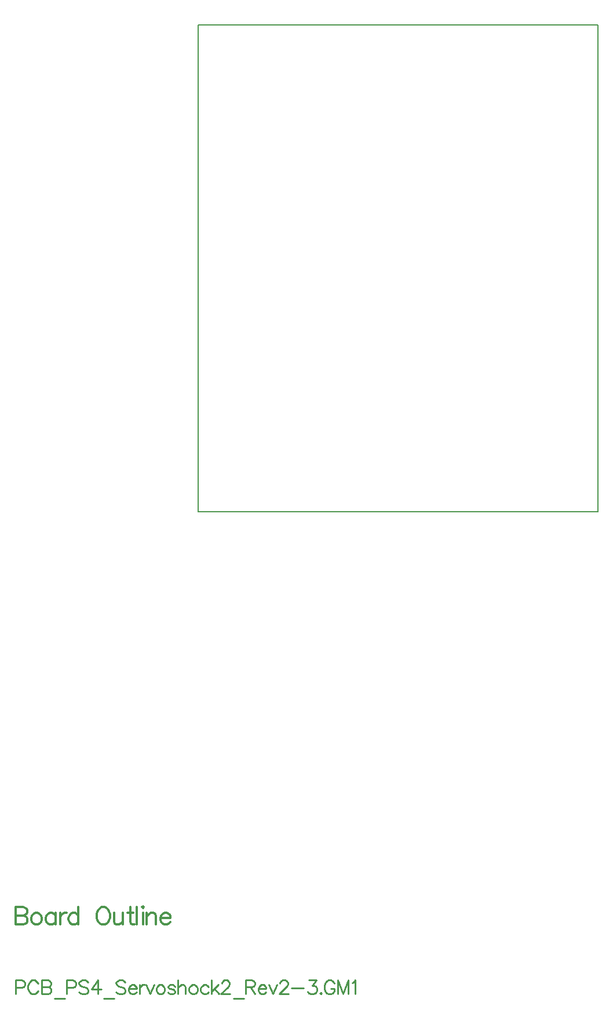
<source format=gm1>
%FSAX24Y24*%
%MOIN*%
G70*
G01*
G75*
G04 Layer_Color=16711935*
G04:AMPARAMS|DCode=10|XSize=9.4mil|YSize=27.6mil|CornerRadius=2.4mil|HoleSize=0mil|Usage=FLASHONLY|Rotation=90.000|XOffset=0mil|YOffset=0mil|HoleType=Round|Shape=RoundedRectangle|*
%AMROUNDEDRECTD10*
21,1,0.0094,0.0228,0,0,90.0*
21,1,0.0047,0.0276,0,0,90.0*
1,1,0.0047,0.0114,0.0024*
1,1,0.0047,0.0114,-0.0024*
1,1,0.0047,-0.0114,-0.0024*
1,1,0.0047,-0.0114,0.0024*
%
%ADD10ROUNDEDRECTD10*%
%ADD11R,0.0661X0.0661*%
G04:AMPARAMS|DCode=12|XSize=9.4mil|YSize=27.6mil|CornerRadius=2.4mil|HoleSize=0mil|Usage=FLASHONLY|Rotation=180.000|XOffset=0mil|YOffset=0mil|HoleType=Round|Shape=RoundedRectangle|*
%AMROUNDEDRECTD12*
21,1,0.0094,0.0228,0,0,180.0*
21,1,0.0047,0.0276,0,0,180.0*
1,1,0.0047,-0.0024,0.0114*
1,1,0.0047,0.0024,0.0114*
1,1,0.0047,0.0024,-0.0114*
1,1,0.0047,-0.0024,-0.0114*
%
%ADD12ROUNDEDRECTD12*%
%ADD13R,0.0591X0.0512*%
%ADD14R,0.1100X0.0680*%
%ADD15R,0.0394X0.0433*%
%ADD16R,0.0433X0.0394*%
%ADD17R,0.0390X0.0430*%
%ADD18R,0.0591X0.1575*%
%ADD19R,0.0709X0.0630*%
%ADD20O,0.0118X0.0709*%
%ADD21O,0.0709X0.0118*%
%ADD22R,0.0472X0.0866*%
%ADD23R,0.1378X0.0866*%
%ADD24R,0.0472X0.1378*%
%ADD25R,0.0177X0.0354*%
%ADD26R,0.0430X0.0390*%
%ADD27C,0.0400*%
%ADD28R,0.0512X0.0591*%
%ADD29O,0.0768X0.0157*%
%ADD30R,0.0157X0.0532*%
%ADD31R,0.0748X0.0748*%
%ADD32R,0.0630X0.0551*%
%ADD33R,0.0709X0.0748*%
%ADD34C,0.0090*%
%ADD35C,0.0110*%
%ADD36C,0.0150*%
%ADD37C,0.0250*%
%ADD38C,0.0600*%
%ADD39C,0.0500*%
%ADD40C,0.0750*%
%ADD41C,0.1000*%
%ADD42C,0.0700*%
%ADD43C,0.0100*%
%ADD44C,0.0200*%
%ADD45C,0.0120*%
%ADD46R,0.0667X0.0672*%
%ADD47R,0.0840X0.0730*%
%ADD48R,0.1290X0.0830*%
%ADD49R,0.1050X0.2350*%
%ADD50R,0.1370X0.0930*%
%ADD51R,0.0600X0.0600*%
%ADD52C,0.0600*%
%ADD53C,0.0984*%
%ADD54C,0.0591*%
%ADD55C,0.1378*%
%ADD56C,0.2200*%
%ADD57C,0.0827*%
%ADD58C,0.0220*%
%ADD59C,0.0280*%
%ADD60C,0.0260*%
%ADD61C,0.0180*%
%ADD62C,0.0230*%
%ADD63C,0.0098*%
%ADD64C,0.0236*%
%ADD65C,0.0035*%
%ADD66C,0.0157*%
%ADD67C,0.0050*%
%ADD68C,0.0080*%
%ADD69C,0.0060*%
%ADD70C,0.0079*%
%ADD71C,0.0040*%
%ADD72C,0.0118*%
%ADD73R,0.0300X0.0600*%
%ADD74R,0.0600X0.0250*%
%ADD75R,0.0591X0.0591*%
%ADD76R,0.1260X0.0610*%
G04:AMPARAMS|DCode=77|XSize=13.4mil|YSize=31.5mil|CornerRadius=3.3mil|HoleSize=0mil|Usage=FLASHONLY|Rotation=90.000|XOffset=0mil|YOffset=0mil|HoleType=Round|Shape=RoundedRectangle|*
%AMROUNDEDRECTD77*
21,1,0.0134,0.0248,0,0,90.0*
21,1,0.0067,0.0315,0,0,90.0*
1,1,0.0067,0.0124,0.0033*
1,1,0.0067,0.0124,-0.0033*
1,1,0.0067,-0.0124,-0.0033*
1,1,0.0067,-0.0124,0.0033*
%
%ADD77ROUNDEDRECTD77*%
G04:AMPARAMS|DCode=78|XSize=13.4mil|YSize=31.5mil|CornerRadius=3.3mil|HoleSize=0mil|Usage=FLASHONLY|Rotation=180.000|XOffset=0mil|YOffset=0mil|HoleType=Round|Shape=RoundedRectangle|*
%AMROUNDEDRECTD78*
21,1,0.0134,0.0248,0,0,180.0*
21,1,0.0067,0.0315,0,0,180.0*
1,1,0.0067,-0.0033,0.0124*
1,1,0.0067,0.0033,0.0124*
1,1,0.0067,0.0033,-0.0124*
1,1,0.0067,-0.0033,-0.0124*
%
%ADD78ROUNDEDRECTD78*%
%ADD79R,0.0671X0.0592*%
%ADD80R,0.1180X0.0760*%
%ADD81R,0.0474X0.0513*%
%ADD82R,0.0513X0.0474*%
%ADD83R,0.0470X0.0510*%
%ADD84R,0.0669X0.1654*%
%ADD85R,0.0789X0.0710*%
%ADD86O,0.0198X0.0789*%
%ADD87O,0.0789X0.0198*%
%ADD88R,0.0552X0.0946*%
%ADD89R,0.1458X0.0946*%
%ADD90R,0.0552X0.1458*%
%ADD91R,0.0257X0.0434*%
%ADD92R,0.0510X0.0470*%
%ADD93C,0.1000*%
%ADD94R,0.0592X0.0671*%
%ADD95O,0.0848X0.0237*%
%ADD96R,0.0236X0.0610*%
%ADD97R,0.0828X0.0828*%
%ADD98R,0.0710X0.0631*%
%ADD99R,0.0789X0.0828*%
%ADD100R,0.0680X0.0680*%
%ADD101C,0.0680*%
%ADD102C,0.1064*%
%ADD103C,0.0671*%
%ADD104C,0.1458*%
%ADD105C,0.2280*%
%ADD106C,0.0907*%
%ADD107C,0.0118*%
%ADD108C,0.0220*%
%ADD109C,0.0200*%
D43*
X022500Y026381D02*
X022843D01*
X022957Y026419D01*
X022995Y026457D01*
X023033Y026533D01*
Y026647D01*
X022995Y026724D01*
X022957Y026762D01*
X022843Y026800D01*
X022500D01*
Y026000D01*
X023784Y026609D02*
X023745Y026686D01*
X023669Y026762D01*
X023593Y026800D01*
X023441D01*
X023365Y026762D01*
X023288Y026686D01*
X023250Y026609D01*
X023212Y026495D01*
Y026305D01*
X023250Y026190D01*
X023288Y026114D01*
X023365Y026038D01*
X023441Y026000D01*
X023593D01*
X023669Y026038D01*
X023745Y026114D01*
X023784Y026190D01*
X024008Y026800D02*
Y026000D01*
Y026800D02*
X024351D01*
X024465Y026762D01*
X024503Y026724D01*
X024541Y026647D01*
Y026571D01*
X024503Y026495D01*
X024465Y026457D01*
X024351Y026419D01*
X024008D02*
X024351D01*
X024465Y026381D01*
X024503Y026343D01*
X024541Y026267D01*
Y026152D01*
X024503Y026076D01*
X024465Y026038D01*
X024351Y026000D01*
X024008D01*
X024720Y025733D02*
X025330D01*
X025433Y026381D02*
X025775D01*
X025890Y026419D01*
X025928Y026457D01*
X025966Y026533D01*
Y026647D01*
X025928Y026724D01*
X025890Y026762D01*
X025775Y026800D01*
X025433D01*
Y026000D01*
X026678Y026686D02*
X026602Y026762D01*
X026488Y026800D01*
X026335D01*
X026221Y026762D01*
X026145Y026686D01*
Y026609D01*
X026183Y026533D01*
X026221Y026495D01*
X026297Y026457D01*
X026526Y026381D01*
X026602Y026343D01*
X026640Y026305D01*
X026678Y026229D01*
Y026114D01*
X026602Y026038D01*
X026488Y026000D01*
X026335D01*
X026221Y026038D01*
X026145Y026114D01*
X027238Y026800D02*
X026857Y026267D01*
X027428D01*
X027238Y026800D02*
Y026000D01*
X027569Y025733D02*
X028179D01*
X028815Y026686D02*
X028739Y026762D01*
X028624Y026800D01*
X028472D01*
X028358Y026762D01*
X028282Y026686D01*
Y026609D01*
X028320Y026533D01*
X028358Y026495D01*
X028434Y026457D01*
X028662Y026381D01*
X028739Y026343D01*
X028777Y026305D01*
X028815Y026229D01*
Y026114D01*
X028739Y026038D01*
X028624Y026000D01*
X028472D01*
X028358Y026038D01*
X028282Y026114D01*
X028994Y026305D02*
X029451D01*
Y026381D01*
X029413Y026457D01*
X029375Y026495D01*
X029299Y026533D01*
X029184D01*
X029108Y026495D01*
X029032Y026419D01*
X028994Y026305D01*
Y026229D01*
X029032Y026114D01*
X029108Y026038D01*
X029184Y026000D01*
X029299D01*
X029375Y026038D01*
X029451Y026114D01*
X029622Y026533D02*
Y026000D01*
Y026305D02*
X029660Y026419D01*
X029737Y026495D01*
X029813Y026533D01*
X029927D01*
X029999D02*
X030228Y026000D01*
X030456Y026533D02*
X030228Y026000D01*
X030776Y026533D02*
X030700Y026495D01*
X030624Y026419D01*
X030586Y026305D01*
Y026229D01*
X030624Y026114D01*
X030700Y026038D01*
X030776Y026000D01*
X030891D01*
X030967Y026038D01*
X031043Y026114D01*
X031081Y026229D01*
Y026305D01*
X031043Y026419D01*
X030967Y026495D01*
X030891Y026533D01*
X030776D01*
X031675Y026419D02*
X031637Y026495D01*
X031523Y026533D01*
X031409D01*
X031294Y026495D01*
X031256Y026419D01*
X031294Y026343D01*
X031370Y026305D01*
X031561Y026267D01*
X031637Y026229D01*
X031675Y026152D01*
Y026114D01*
X031637Y026038D01*
X031523Y026000D01*
X031409D01*
X031294Y026038D01*
X031256Y026114D01*
X031843Y026800D02*
Y026000D01*
Y026381D02*
X031957Y026495D01*
X032033Y026533D01*
X032147D01*
X032224Y026495D01*
X032262Y026381D01*
Y026000D01*
X032662Y026533D02*
X032585Y026495D01*
X032509Y026419D01*
X032471Y026305D01*
Y026229D01*
X032509Y026114D01*
X032585Y026038D01*
X032662Y026000D01*
X032776D01*
X032852Y026038D01*
X032928Y026114D01*
X032966Y026229D01*
Y026305D01*
X032928Y026419D01*
X032852Y026495D01*
X032776Y026533D01*
X032662D01*
X033599Y026419D02*
X033522Y026495D01*
X033446Y026533D01*
X033332D01*
X033256Y026495D01*
X033180Y026419D01*
X033142Y026305D01*
Y026229D01*
X033180Y026114D01*
X033256Y026038D01*
X033332Y026000D01*
X033446D01*
X033522Y026038D01*
X033599Y026114D01*
X033770Y026800D02*
Y026000D01*
X034151Y026533D02*
X033770Y026152D01*
X033922Y026305D02*
X034189Y026000D01*
X034353Y026609D02*
Y026647D01*
X034391Y026724D01*
X034429Y026762D01*
X034505Y026800D01*
X034657D01*
X034734Y026762D01*
X034772Y026724D01*
X034810Y026647D01*
Y026571D01*
X034772Y026495D01*
X034695Y026381D01*
X034315Y026000D01*
X034848D01*
X035027Y025733D02*
X035636D01*
X035739Y026800D02*
Y026000D01*
Y026800D02*
X036082D01*
X036196Y026762D01*
X036234Y026724D01*
X036272Y026647D01*
Y026571D01*
X036234Y026495D01*
X036196Y026457D01*
X036082Y026419D01*
X035739D01*
X036006D02*
X036272Y026000D01*
X036451Y026305D02*
X036908D01*
Y026381D01*
X036870Y026457D01*
X036832Y026495D01*
X036756Y026533D01*
X036642D01*
X036566Y026495D01*
X036489Y026419D01*
X036451Y026305D01*
Y026229D01*
X036489Y026114D01*
X036566Y026038D01*
X036642Y026000D01*
X036756D01*
X036832Y026038D01*
X036908Y026114D01*
X037080Y026533D02*
X037308Y026000D01*
X037537Y026533D02*
X037308Y026000D01*
X037704Y026609D02*
Y026647D01*
X037742Y026724D01*
X037781Y026762D01*
X037857Y026800D01*
X038009D01*
X038085Y026762D01*
X038123Y026724D01*
X038161Y026647D01*
Y026571D01*
X038123Y026495D01*
X038047Y026381D01*
X037666Y026000D01*
X038199D01*
X038379Y026343D02*
X039064D01*
X039376Y026800D02*
X039795D01*
X039567Y026495D01*
X039681D01*
X039757Y026457D01*
X039795Y026419D01*
X039833Y026305D01*
Y026229D01*
X039795Y026114D01*
X039719Y026038D01*
X039605Y026000D01*
X039491D01*
X039376Y026038D01*
X039338Y026076D01*
X039300Y026152D01*
X040051Y026076D02*
X040012Y026038D01*
X040051Y026000D01*
X040089Y026038D01*
X040051Y026076D01*
X040835Y026609D02*
X040797Y026686D01*
X040721Y026762D01*
X040645Y026800D01*
X040492D01*
X040416Y026762D01*
X040340Y026686D01*
X040302Y026609D01*
X040264Y026495D01*
Y026305D01*
X040302Y026190D01*
X040340Y026114D01*
X040416Y026038D01*
X040492Y026000D01*
X040645D01*
X040721Y026038D01*
X040797Y026114D01*
X040835Y026190D01*
Y026305D01*
X040645D02*
X040835D01*
X041018Y026800D02*
Y026000D01*
Y026800D02*
X041323Y026000D01*
X041627Y026800D02*
X041323Y026000D01*
X041627Y026800D02*
Y026000D01*
X041856Y026647D02*
X041932Y026686D01*
X042046Y026800D01*
Y026000D01*
D45*
X022500Y031000D02*
Y030000D01*
Y031000D02*
X022928D01*
X023071Y030952D01*
X023119Y030905D01*
X023167Y030809D01*
Y030714D01*
X023119Y030619D01*
X023071Y030571D01*
X022928Y030524D01*
X022500D02*
X022928D01*
X023071Y030476D01*
X023119Y030428D01*
X023167Y030333D01*
Y030190D01*
X023119Y030095D01*
X023071Y030048D01*
X022928Y030000D01*
X022500D01*
X023628Y030667D02*
X023533Y030619D01*
X023438Y030524D01*
X023390Y030381D01*
Y030286D01*
X023438Y030143D01*
X023533Y030048D01*
X023628Y030000D01*
X023771D01*
X023866Y030048D01*
X023962Y030143D01*
X024009Y030286D01*
Y030381D01*
X023962Y030524D01*
X023866Y030619D01*
X023771Y030667D01*
X023628D01*
X024800D02*
Y030000D01*
Y030524D02*
X024704Y030619D01*
X024609Y030667D01*
X024466D01*
X024371Y030619D01*
X024276Y030524D01*
X024228Y030381D01*
Y030286D01*
X024276Y030143D01*
X024371Y030048D01*
X024466Y030000D01*
X024609D01*
X024704Y030048D01*
X024800Y030143D01*
X025066Y030667D02*
Y030000D01*
Y030381D02*
X025114Y030524D01*
X025209Y030619D01*
X025304Y030667D01*
X025447D01*
X026109Y031000D02*
Y030000D01*
Y030524D02*
X026014Y030619D01*
X025918Y030667D01*
X025775D01*
X025680Y030619D01*
X025585Y030524D01*
X025537Y030381D01*
Y030286D01*
X025585Y030143D01*
X025680Y030048D01*
X025775Y030000D01*
X025918D01*
X026014Y030048D01*
X026109Y030143D01*
X027447Y031000D02*
X027351Y030952D01*
X027256Y030857D01*
X027209Y030762D01*
X027161Y030619D01*
Y030381D01*
X027209Y030238D01*
X027256Y030143D01*
X027351Y030048D01*
X027447Y030000D01*
X027637D01*
X027732Y030048D01*
X027827Y030143D01*
X027875Y030238D01*
X027923Y030381D01*
Y030619D01*
X027875Y030762D01*
X027827Y030857D01*
X027732Y030952D01*
X027637Y031000D01*
X027447D01*
X028156Y030667D02*
Y030190D01*
X028204Y030048D01*
X028299Y030000D01*
X028442D01*
X028537Y030048D01*
X028680Y030190D01*
Y030667D02*
Y030000D01*
X029084Y031000D02*
Y030190D01*
X029132Y030048D01*
X029227Y030000D01*
X029322D01*
X028941Y030667D02*
X029275D01*
X029465Y031000D02*
Y030000D01*
X029770Y031000D02*
X029817Y030952D01*
X029865Y031000D01*
X029817Y031047D01*
X029770Y031000D01*
X029817Y030667D02*
Y030000D01*
X030041Y030667D02*
Y030000D01*
Y030476D02*
X030184Y030619D01*
X030279Y030667D01*
X030422D01*
X030517Y030619D01*
X030565Y030476D01*
Y030000D01*
X030827Y030381D02*
X031398D01*
Y030476D01*
X031350Y030571D01*
X031303Y030619D01*
X031208Y030667D01*
X031065D01*
X030970Y030619D01*
X030874Y030524D01*
X030827Y030381D01*
Y030286D01*
X030874Y030143D01*
X030970Y030048D01*
X031065Y030000D01*
X031208D01*
X031303Y030048D01*
X031398Y030143D01*
D68*
X033000Y053750D02*
Y081750D01*
X056000D01*
Y053750D02*
Y081750D01*
X033000Y053750D02*
X056000D01*
M02*

</source>
